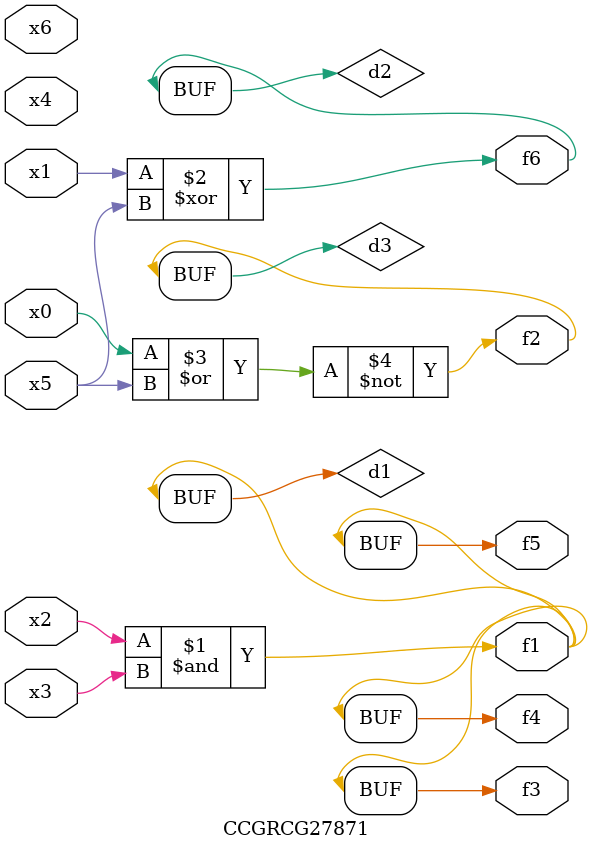
<source format=v>
module CCGRCG27871(
	input x0, x1, x2, x3, x4, x5, x6,
	output f1, f2, f3, f4, f5, f6
);

	wire d1, d2, d3;

	and (d1, x2, x3);
	xor (d2, x1, x5);
	nor (d3, x0, x5);
	assign f1 = d1;
	assign f2 = d3;
	assign f3 = d1;
	assign f4 = d1;
	assign f5 = d1;
	assign f6 = d2;
endmodule

</source>
